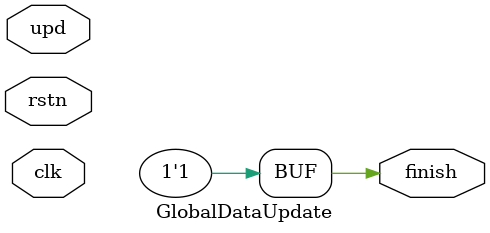
<source format=v>
module GlobalDataUpdate(
    input clk,
    input rstn,
    input upd,
    output finish
);
// 暂时没有任何作用。
assign finish = 1'b1;
endmodule
</source>
